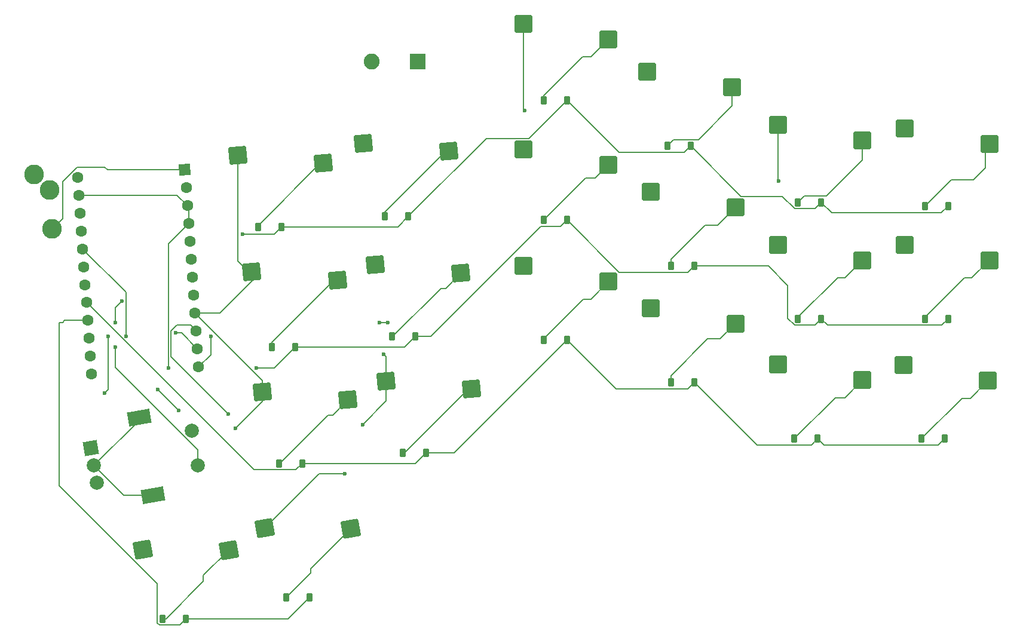
<source format=gbr>
%TF.GenerationSoftware,KiCad,Pcbnew,9.0.6-1.fc43*%
%TF.CreationDate,2026-01-15T13:14:43-05:00*%
%TF.ProjectId,Right,52696768-742e-46b6-9963-61645f706362,rev?*%
%TF.SameCoordinates,Original*%
%TF.FileFunction,Copper,L2,Bot*%
%TF.FilePolarity,Positive*%
%FSLAX46Y46*%
G04 Gerber Fmt 4.6, Leading zero omitted, Abs format (unit mm)*
G04 Created by KiCad (PCBNEW 9.0.6-1.fc43) date 2026-01-15 13:14:43*
%MOMM*%
%LPD*%
G01*
G04 APERTURE LIST*
G04 Aperture macros list*
%AMRoundRect*
0 Rectangle with rounded corners*
0 $1 Rounding radius*
0 $2 $3 $4 $5 $6 $7 $8 $9 X,Y pos of 4 corners*
0 Add a 4 corners polygon primitive as box body*
4,1,4,$2,$3,$4,$5,$6,$7,$8,$9,$2,$3,0*
0 Add four circle primitives for the rounded corners*
1,1,$1+$1,$2,$3*
1,1,$1+$1,$4,$5*
1,1,$1+$1,$6,$7*
1,1,$1+$1,$8,$9*
0 Add four rect primitives between the rounded corners*
20,1,$1+$1,$2,$3,$4,$5,0*
20,1,$1+$1,$4,$5,$6,$7,0*
20,1,$1+$1,$6,$7,$8,$9,0*
20,1,$1+$1,$8,$9,$2,$3,0*%
%AMHorizOval*
0 Thick line with rounded ends*
0 $1 width*
0 $2 $3 position (X,Y) of the first rounded end (center of the circle)*
0 $4 $5 position (X,Y) of the second rounded end (center of the circle)*
0 Add line between two ends*
20,1,$1,$2,$3,$4,$5,0*
0 Add two circle primitives to create the rounded ends*
1,1,$1,$2,$3*
1,1,$1,$4,$5*%
%AMRotRect*
0 Rectangle, with rotation*
0 The origin of the aperture is its center*
0 $1 length*
0 $2 width*
0 $3 Rotation angle, in degrees counterclockwise*
0 Add horizontal line*
21,1,$1,$2,0,0,$3*%
G04 Aperture macros list end*
%TA.AperFunction,SMDPad,CuDef*%
%ADD10RoundRect,0.250000X-0.933944X-1.085529X1.108255X-0.906860X0.933944X1.085529X-1.108255X0.906860X0*%
%TD*%
%TA.AperFunction,SMDPad,CuDef*%
%ADD11RoundRect,0.250000X-0.835780X-1.162797X1.183076X-0.806818X0.835780X1.162797X-1.183076X0.806818X0*%
%TD*%
%TA.AperFunction,SMDPad,CuDef*%
%ADD12RoundRect,0.250000X-1.025000X-1.000000X1.025000X-1.000000X1.025000X1.000000X-1.025000X1.000000X0*%
%TD*%
%TA.AperFunction,ComponentPad*%
%ADD13C,2.800000*%
%TD*%
%TA.AperFunction,ComponentPad*%
%ADD14RotRect,2.000000X2.000000X10.000000*%
%TD*%
%TA.AperFunction,ComponentPad*%
%ADD15C,2.000000*%
%TD*%
%TA.AperFunction,ComponentPad*%
%ADD16RotRect,3.200000X2.000000X10.000000*%
%TD*%
%TA.AperFunction,SMDPad,CuDef*%
%ADD17RoundRect,0.225000X0.225000X0.375000X-0.225000X0.375000X-0.225000X-0.375000X0.225000X-0.375000X0*%
%TD*%
%TA.AperFunction,ComponentPad*%
%ADD18RotRect,1.600000X1.600000X4.000000*%
%TD*%
%TA.AperFunction,ComponentPad*%
%ADD19HorizOval,1.600000X0.000000X0.000000X0.000000X0.000000X0*%
%TD*%
%TA.AperFunction,ComponentPad*%
%ADD20R,2.250000X2.250000*%
%TD*%
%TA.AperFunction,ComponentPad*%
%ADD21C,2.250000*%
%TD*%
%TA.AperFunction,ViaPad*%
%ADD22C,0.600000*%
%TD*%
%TA.AperFunction,Conductor*%
%ADD23C,0.200000*%
%TD*%
G04 APERTURE END LIST*
D10*
%TO.P,S12,1,1*%
%TO.N,5 Column*%
X129819457Y-90348521D03*
%TO.P,S12,2,2*%
%TO.N,Net-(D12-A)*%
X141965532Y-91494280D03*
%TD*%
D11*
%TO.P,S20,1,1*%
%TO.N,5 Column*%
X114361288Y-129698922D03*
%TO.P,S20,2,2*%
%TO.N,Net-(D20-A)*%
X126561000Y-129781721D03*
%TD*%
D10*
%TO.P,S17,1,1*%
%TO.N,4 Column*%
X148840386Y-105827878D03*
%TO.P,S17,2,2*%
%TO.N,Net-(D17-A)*%
X160986461Y-106973637D03*
%TD*%
D12*
%TO.P,S10,1,1*%
%TO.N,3 Column*%
X168350000Y-73000000D03*
%TO.P,S10,2,2*%
%TO.N,Net-(D10-A)*%
X180350000Y-75200000D03*
%TD*%
D10*
%TO.P,S5,1,1*%
%TO.N,4 Column*%
X145584347Y-72115084D03*
%TO.P,S5,2,2*%
%TO.N,Net-(D5-A)*%
X157730422Y-73260843D03*
%TD*%
D12*
%TO.P,S1,1,1*%
%TO.N,0 Column*%
X222350000Y-70000000D03*
%TO.P,S1,2,2*%
%TO.N,Net-(D1-A)*%
X234350000Y-72200000D03*
%TD*%
D10*
%TO.P,S11,1,1*%
%TO.N,4 Column*%
X147319457Y-89348521D03*
%TO.P,S11,2,2*%
%TO.N,Net-(D11-A)*%
X159465532Y-90494280D03*
%TD*%
D11*
%TO.P,S19,1,1*%
%TO.N,4 Column*%
X131638651Y-126698922D03*
%TO.P,S19,2,2*%
%TO.N,Net-(D19-A)*%
X143838363Y-126781721D03*
%TD*%
D12*
%TO.P,S8,1,1*%
%TO.N,1 Column*%
X204350000Y-86500000D03*
%TO.P,S8,2,2*%
%TO.N,Net-(D8-A)*%
X216350000Y-88700000D03*
%TD*%
%TO.P,S4,1,1*%
%TO.N,3 Column*%
X168350000Y-55200000D03*
%TO.P,S4,2,2*%
%TO.N,Net-(D4-A)*%
X180350000Y-57400000D03*
%TD*%
D10*
%TO.P,S6,1,1*%
%TO.N,5 Column*%
X127840386Y-73827878D03*
%TO.P,S6,2,2*%
%TO.N,Net-(D6-A)*%
X139986461Y-74973637D03*
%TD*%
D12*
%TO.P,S13,1,1*%
%TO.N,0 Column*%
X222125000Y-103550000D03*
%TO.P,S13,2,2*%
%TO.N,Net-(D13-A)*%
X234125000Y-105750000D03*
%TD*%
%TO.P,S15,1,1*%
%TO.N,2 Column*%
X186350000Y-95500000D03*
%TO.P,S15,2,2*%
%TO.N,Net-(D15-A)*%
X198350000Y-97700000D03*
%TD*%
D13*
%TO.P,J1,R*%
%TO.N,Serial*%
X101546203Y-84241244D03*
%TO.P,J1,S*%
%TO.N,VCC*%
X99000000Y-76500000D03*
%TO.P,J1,T*%
%TO.N,GND*%
X101162543Y-78754641D03*
%TD*%
D12*
%TO.P,S3,1,1*%
%TO.N,2 Column*%
X185850000Y-62000000D03*
%TO.P,S3,2,2*%
%TO.N,Net-(D3-A)*%
X197850000Y-64200000D03*
%TD*%
%TO.P,S9,1,1*%
%TO.N,2 Column*%
X186350000Y-79000000D03*
%TO.P,S9,2,2*%
%TO.N,Net-(D9-A)*%
X198350000Y-81200000D03*
%TD*%
%TO.P,S7,1,1*%
%TO.N,0 Column*%
X222350000Y-86500000D03*
%TO.P,S7,2,2*%
%TO.N,Net-(D7-A)*%
X234350000Y-88700000D03*
%TD*%
%TO.P,S14,1,1*%
%TO.N,1 Column*%
X204350000Y-103500000D03*
%TO.P,S14,2,2*%
%TO.N,Net-(D14-A)*%
X216350000Y-105700000D03*
%TD*%
%TO.P,S2,1,1*%
%TO.N,1 Column*%
X204350000Y-69500000D03*
%TO.P,S2,2,2*%
%TO.N,Net-(D2-A)*%
X216350000Y-71700000D03*
%TD*%
D14*
%TO.P,SW1,A,A*%
%TO.N,Net-(U1-4{slash}PD4)*%
X107021771Y-115340340D03*
D15*
%TO.P,SW1,B,B*%
%TO.N,Net-(U1-5{slash}PC6)*%
X107890008Y-120264380D03*
%TO.P,SW1,C,C*%
%TO.N,GND*%
X107455890Y-117802361D03*
D16*
%TO.P,SW1,MP,MP*%
X113869517Y-110985076D03*
X115814378Y-122014923D03*
D15*
%TO.P,SW1,S1,S1*%
%TO.N,Net-(U1-A3{slash}PF4)*%
X122169723Y-117746483D03*
%TO.P,SW1,S2,S2*%
%TO.N,GND*%
X121301483Y-112822444D03*
%TD*%
D12*
%TO.P,S16,1,1*%
%TO.N,3 Column*%
X168350000Y-89500000D03*
%TO.P,S16,2,2*%
%TO.N,Net-(D16-A)*%
X180350000Y-91700000D03*
%TD*%
D10*
%TO.P,S18,1,1*%
%TO.N,5 Column*%
X131319457Y-107348521D03*
%TO.P,S18,2,2*%
%TO.N,Net-(D18-A)*%
X143465532Y-108494280D03*
%TD*%
D17*
%TO.P,D5,1,K*%
%TO.N,0 Row*%
X152000000Y-82500000D03*
%TO.P,D5,2,A*%
%TO.N,Net-(D5-A)*%
X148700000Y-82500000D03*
%TD*%
%TO.P,D10,1,K*%
%TO.N,1 Row*%
X174500000Y-83000000D03*
%TO.P,D10,2,A*%
%TO.N,Net-(D10-A)*%
X171200000Y-83000000D03*
%TD*%
%TO.P,D7,1,K*%
%TO.N,1 Row*%
X228500000Y-97000000D03*
%TO.P,D7,2,A*%
%TO.N,Net-(D7-A)*%
X225200000Y-97000000D03*
%TD*%
%TO.P,D16,1,K*%
%TO.N,2 Row*%
X174500000Y-100000000D03*
%TO.P,D16,2,A*%
%TO.N,Net-(D16-A)*%
X171200000Y-100000000D03*
%TD*%
%TO.P,D3,1,K*%
%TO.N,0 Row*%
X192000000Y-72500000D03*
%TO.P,D3,2,A*%
%TO.N,Net-(D3-A)*%
X188700000Y-72500000D03*
%TD*%
%TO.P,D6,1,K*%
%TO.N,0 Row*%
X134000000Y-84000000D03*
%TO.P,D6,2,A*%
%TO.N,Net-(D6-A)*%
X130700000Y-84000000D03*
%TD*%
%TO.P,D15,1,K*%
%TO.N,2 Row*%
X192500000Y-106000000D03*
%TO.P,D15,2,A*%
%TO.N,Net-(D15-A)*%
X189200000Y-106000000D03*
%TD*%
%TO.P,D11,1,K*%
%TO.N,1 Row*%
X153000000Y-99500000D03*
%TO.P,D11,2,A*%
%TO.N,Net-(D11-A)*%
X149700000Y-99500000D03*
%TD*%
%TO.P,D18,1,K*%
%TO.N,2 Row*%
X137000000Y-117500000D03*
%TO.P,D18,2,A*%
%TO.N,Net-(D18-A)*%
X133700000Y-117500000D03*
%TD*%
%TO.P,D8,1,K*%
%TO.N,1 Row*%
X210500000Y-97000000D03*
%TO.P,D8,2,A*%
%TO.N,Net-(D8-A)*%
X207200000Y-97000000D03*
%TD*%
%TO.P,D14,1,K*%
%TO.N,2 Row*%
X210000000Y-114000000D03*
%TO.P,D14,2,A*%
%TO.N,Net-(D14-A)*%
X206700000Y-114000000D03*
%TD*%
D18*
%TO.P,U1,1,TX0/PD3*%
%TO.N,Serial*%
X120350000Y-75898562D03*
D19*
%TO.P,U1,2,RX1/PD2*%
%TO.N,unconnected-(U1-RX1{slash}PD2-Pad2)*%
X120527181Y-78432375D03*
%TO.P,U1,3,GND*%
%TO.N,GND*%
X120704362Y-80966186D03*
%TO.P,U1,4,GND*%
X120881543Y-83500000D03*
%TO.P,U1,5,2/PD1*%
%TO.N,unconnected-(U1-2{slash}PD1-Pad5)*%
X121058726Y-86033812D03*
%TO.P,U1,6,3/PD0*%
%TO.N,unconnected-(U1-3{slash}PD0-Pad6)*%
X121235906Y-88567624D03*
%TO.P,U1,7,4/PD4*%
%TO.N,Net-(U1-4{slash}PD4)*%
X121413087Y-91101439D03*
%TO.P,U1,8,5/PC6*%
%TO.N,Net-(U1-5{slash}PC6)*%
X121590269Y-93635251D03*
%TO.P,U1,9,6/PD7*%
%TO.N,5 Column*%
X121767452Y-96169063D03*
%TO.P,U1,10,7/PE6*%
%TO.N,4 Column*%
X121944633Y-98702876D03*
%TO.P,U1,11,8/PB4*%
%TO.N,3 Column*%
X122121814Y-101236689D03*
%TO.P,U1,12,9/PB5*%
%TO.N,2 Column*%
X122298995Y-103770500D03*
%TO.P,U1,13,10/PB6*%
%TO.N,unconnected-(U1-10{slash}PB6-Pad13)*%
X107096119Y-104833590D03*
%TO.P,U1,14,16/PB2*%
%TO.N,0 Column*%
X106918937Y-102299777D03*
%TO.P,U1,15,14/PB3*%
%TO.N,1 Column*%
X106741757Y-99765965D03*
%TO.P,U1,16,15/PB1*%
%TO.N,3 Row*%
X106564575Y-97232152D03*
%TO.P,U1,17,A0/PF7*%
%TO.N,2 Row*%
X106387395Y-94698339D03*
%TO.P,U1,18,A1/PF6*%
%TO.N,1 Row*%
X106210211Y-92164526D03*
%TO.P,U1,19,A2/PF5*%
%TO.N,0 Row*%
X106033029Y-89630714D03*
%TO.P,U1,20,A3/PF4*%
%TO.N,Net-(U1-A3{slash}PF4)*%
X105855849Y-87096901D03*
%TO.P,U1,21,VCC*%
%TO.N,VCC*%
X105678667Y-84563088D03*
%TO.P,U1,22,RST*%
%TO.N,RST*%
X105501487Y-82029276D03*
%TO.P,U1,23,GND*%
%TO.N,GND*%
X105324305Y-79495463D03*
%TO.P,U1,24,RAW*%
%TO.N,unconnected-(U1-RAW-Pad24)*%
X105147123Y-76961651D03*
%TD*%
D17*
%TO.P,D13,1,K*%
%TO.N,2 Row*%
X228000000Y-114000000D03*
%TO.P,D13,2,A*%
%TO.N,Net-(D13-A)*%
X224700000Y-114000000D03*
%TD*%
%TO.P,D20,1,K*%
%TO.N,3 Row*%
X120500000Y-139500000D03*
%TO.P,D20,2,A*%
%TO.N,Net-(D20-A)*%
X117200000Y-139500000D03*
%TD*%
D20*
%TO.P,SW2,1,1*%
%TO.N,GND*%
X153350000Y-60500000D03*
D21*
%TO.P,SW2,2,2*%
%TO.N,RST*%
X146850000Y-60500000D03*
%TD*%
D17*
%TO.P,D2,1,K*%
%TO.N,0 Row*%
X210500000Y-80500000D03*
%TO.P,D2,2,A*%
%TO.N,Net-(D2-A)*%
X207200000Y-80500000D03*
%TD*%
%TO.P,D4,1,K*%
%TO.N,0 Row*%
X174500000Y-66000000D03*
%TO.P,D4,2,A*%
%TO.N,Net-(D4-A)*%
X171200000Y-66000000D03*
%TD*%
%TO.P,D17,1,K*%
%TO.N,2 Row*%
X154500000Y-116000000D03*
%TO.P,D17,2,A*%
%TO.N,Net-(D17-A)*%
X151200000Y-116000000D03*
%TD*%
%TO.P,D9,1,K*%
%TO.N,1 Row*%
X192500000Y-89500000D03*
%TO.P,D9,2,A*%
%TO.N,Net-(D9-A)*%
X189200000Y-89500000D03*
%TD*%
%TO.P,D1,1,K*%
%TO.N,0 Row*%
X228500000Y-81000000D03*
%TO.P,D1,2,A*%
%TO.N,Net-(D1-A)*%
X225200000Y-81000000D03*
%TD*%
%TO.P,D12,1,K*%
%TO.N,1 Row*%
X136000000Y-101000000D03*
%TO.P,D12,2,A*%
%TO.N,Net-(D12-A)*%
X132700000Y-101000000D03*
%TD*%
%TO.P,D19,1,K*%
%TO.N,3 Row*%
X138000000Y-136500000D03*
%TO.P,D19,2,A*%
%TO.N,Net-(D19-A)*%
X134700000Y-136500000D03*
%TD*%
D22*
%TO.N,0 Row*%
X128500000Y-85000000D03*
%TO.N,1 Row*%
X130500000Y-104000000D03*
%TO.N,0 Column*%
X222350000Y-70000000D03*
X222000000Y-103500000D03*
X222350000Y-86500000D03*
%TO.N,1 Column*%
X204500000Y-77500000D03*
X204350000Y-86500000D03*
X204350000Y-103500000D03*
%TO.N,2 Column*%
X186350000Y-95500000D03*
X124000000Y-99500000D03*
X185500000Y-63000000D03*
X186350000Y-79000000D03*
%TO.N,3 Column*%
X147900000Y-97500000D03*
X149100000Y-97500000D03*
X168350000Y-73000000D03*
X168500000Y-67500000D03*
X119000000Y-99000000D03*
X168350000Y-89500000D03*
%TO.N,4 Column*%
X143000000Y-119000000D03*
X147319457Y-89348521D03*
X145500000Y-112000000D03*
X145584347Y-72115084D03*
X126500000Y-110500000D03*
X148500000Y-102000000D03*
%TO.N,5 Column*%
X114361288Y-129698922D03*
X127500000Y-112500000D03*
%TO.N,GND*%
X118000000Y-104000000D03*
X119500000Y-110000000D03*
X116500000Y-107000000D03*
%TO.N,Net-(U1-5{slash}PC6)*%
X109500000Y-99500000D03*
X110500000Y-97500000D03*
X111418793Y-94500000D03*
X109000000Y-107500000D03*
%TO.N,Net-(U1-A3{slash}PF4)*%
X110500000Y-101000000D03*
X112018793Y-99481207D03*
%TD*%
D23*
%TO.N,0 Row*%
X212000000Y-82000000D02*
X210500000Y-80500000D01*
X209599000Y-81401000D02*
X206750890Y-81401000D01*
X228500000Y-81000000D02*
X227500000Y-82000000D01*
X191099000Y-73401000D02*
X181901000Y-73401000D01*
X134000000Y-84000000D02*
X133000000Y-85000000D01*
X206750890Y-81401000D02*
X204998890Y-79649000D01*
X150500000Y-84000000D02*
X134000000Y-84000000D01*
X133000000Y-85000000D02*
X128500000Y-85000000D01*
X204998890Y-79649000D02*
X199149000Y-79649000D01*
X152000000Y-82500000D02*
X150500000Y-84000000D01*
X210500000Y-80500000D02*
X209599000Y-81401000D01*
X174500000Y-66000000D02*
X169051000Y-71449000D01*
X181901000Y-73401000D02*
X174500000Y-66000000D01*
X227500000Y-82000000D02*
X212000000Y-82000000D01*
X199149000Y-79649000D02*
X192000000Y-72500000D01*
X163051000Y-71449000D02*
X152000000Y-82500000D01*
X169051000Y-71449000D02*
X163051000Y-71449000D01*
X192000000Y-72500000D02*
X191099000Y-73401000D01*
%TO.N,Net-(D1-A)*%
X232040948Y-77301000D02*
X233749000Y-75592948D01*
X233749000Y-75592948D02*
X233749000Y-72200000D01*
X228899000Y-77301000D02*
X232040948Y-77301000D01*
X225200000Y-81000000D02*
X228899000Y-77301000D01*
%TO.N,Net-(D2-A)*%
X216350000Y-74491948D02*
X211242948Y-79599000D01*
X216350000Y-71700000D02*
X216350000Y-74491948D01*
X211242948Y-79599000D02*
X208101000Y-79599000D01*
X208101000Y-79599000D02*
X207200000Y-80500000D01*
%TO.N,Net-(D3-A)*%
X193090892Y-71599000D02*
X189601000Y-71599000D01*
X197850000Y-66839892D02*
X193090892Y-71599000D01*
X189601000Y-71599000D02*
X188700000Y-72500000D01*
X197850000Y-64200000D02*
X197850000Y-66839892D01*
%TO.N,Net-(D4-A)*%
X177851000Y-59899000D02*
X176701000Y-59899000D01*
X176701000Y-59899000D02*
X171200000Y-65400000D01*
X171200000Y-65400000D02*
X171200000Y-66000000D01*
X180350000Y-57400000D02*
X177851000Y-59899000D01*
%TO.N,Net-(D5-A)*%
X148700000Y-81840989D02*
X148700000Y-82500000D01*
X157280146Y-73260843D02*
X148700000Y-81840989D01*
X157730422Y-73260843D02*
X157280146Y-73260843D01*
%TO.N,Net-(D6-A)*%
X139986461Y-74973637D02*
X139536185Y-74973637D01*
X130700000Y-83809822D02*
X130700000Y-84000000D01*
X139536185Y-74973637D02*
X130700000Y-83809822D01*
%TO.N,1 Row*%
X151500000Y-101000000D02*
X153000000Y-99500000D01*
X206750890Y-97901000D02*
X209599000Y-97901000D01*
X205774000Y-96924110D02*
X206750890Y-97901000D01*
X136000000Y-101000000D02*
X151500000Y-101000000D01*
X173599000Y-83901000D02*
X174500000Y-83000000D01*
X153000000Y-99500000D02*
X155151890Y-99500000D01*
X210500000Y-97000000D02*
X211401000Y-97901000D01*
X155151890Y-99500000D02*
X170750890Y-83901000D01*
X203000000Y-89500000D02*
X205774000Y-92274000D01*
X181901000Y-90401000D02*
X191599000Y-90401000D01*
X211401000Y-97901000D02*
X227599000Y-97901000D01*
X170750890Y-83901000D02*
X173599000Y-83901000D01*
X192500000Y-89500000D02*
X203000000Y-89500000D01*
X209599000Y-97901000D02*
X210500000Y-97000000D01*
X191599000Y-90401000D02*
X192500000Y-89500000D01*
X133000000Y-104000000D02*
X130500000Y-104000000D01*
X136000000Y-101000000D02*
X133000000Y-104000000D01*
X227599000Y-97901000D02*
X228500000Y-97000000D01*
X174500000Y-83000000D02*
X181901000Y-90401000D01*
X205774000Y-92274000D02*
X205774000Y-96924110D01*
%TO.N,Net-(D7-A)*%
X231851000Y-91199000D02*
X230811108Y-91199000D01*
X234350000Y-88700000D02*
X231851000Y-91199000D01*
X225200000Y-96810108D02*
X225200000Y-97000000D01*
X230811108Y-91199000D02*
X225200000Y-96810108D01*
%TO.N,Net-(D8-A)*%
X216350000Y-88700000D02*
X213851000Y-91199000D01*
X207200000Y-96810108D02*
X207200000Y-97000000D01*
X212811108Y-91199000D02*
X207200000Y-96810108D01*
X213851000Y-91199000D02*
X212811108Y-91199000D01*
%TO.N,Net-(D9-A)*%
X189200000Y-88585907D02*
X189200000Y-89500000D01*
X195851000Y-83699000D02*
X194086907Y-83699000D01*
X198350000Y-81200000D02*
X195851000Y-83699000D01*
X194086907Y-83699000D02*
X189200000Y-88585907D01*
%TO.N,Net-(D10-A)*%
X180350000Y-75200000D02*
X178474000Y-77076000D01*
X178474000Y-77076000D02*
X177124000Y-77076000D01*
X177124000Y-77076000D02*
X171200000Y-83000000D01*
%TO.N,Net-(D11-A)*%
X149785621Y-99500000D02*
X149700000Y-99500000D01*
X156610296Y-92675325D02*
X149785621Y-99500000D01*
X157284487Y-92675325D02*
X156610296Y-92675325D01*
X159465532Y-90494280D02*
X157284487Y-92675325D01*
%TO.N,Net-(D12-A)*%
X141965532Y-91494280D02*
X141515256Y-91494280D01*
X141515256Y-91494280D02*
X132700000Y-100309536D01*
X132700000Y-100309536D02*
X132700000Y-101000000D01*
%TO.N,Net-(D13-A)*%
X230451000Y-108249000D02*
X224700000Y-114000000D01*
X234125000Y-105750000D02*
X231626000Y-108249000D01*
X231626000Y-108249000D02*
X230451000Y-108249000D01*
%TO.N,2 Row*%
X154500000Y-116000000D02*
X153000000Y-117500000D01*
X210901000Y-114901000D02*
X210000000Y-114000000D01*
X209099000Y-114901000D02*
X201401000Y-114901000D01*
X137000000Y-117500000D02*
X136099000Y-118401000D01*
X181401000Y-106901000D02*
X174500000Y-100000000D01*
X227099000Y-114901000D02*
X210901000Y-114901000D01*
X130090056Y-118401000D02*
X106387395Y-94698339D01*
X201401000Y-114901000D02*
X192500000Y-106000000D01*
X210000000Y-114000000D02*
X209099000Y-114901000D01*
X192500000Y-106000000D02*
X191599000Y-106901000D01*
X191599000Y-106901000D02*
X181401000Y-106901000D01*
X174500000Y-100000000D02*
X158500000Y-116000000D01*
X158500000Y-116000000D02*
X154500000Y-116000000D01*
X153000000Y-117500000D02*
X137000000Y-117500000D01*
X228000000Y-114000000D02*
X227099000Y-114901000D01*
X136099000Y-118401000D02*
X130090056Y-118401000D01*
%TO.N,Net-(D14-A)*%
X213851000Y-108199000D02*
X212501000Y-108199000D01*
X212501000Y-108199000D02*
X206700000Y-114000000D01*
X216350000Y-105700000D02*
X213851000Y-108199000D01*
%TO.N,Net-(D15-A)*%
X198350000Y-97700000D02*
X196192953Y-99857047D01*
X189200000Y-105085907D02*
X189200000Y-106000000D01*
X194428860Y-99857047D02*
X189200000Y-105085907D01*
X196192953Y-99857047D02*
X194428860Y-99857047D01*
%TO.N,Net-(D16-A)*%
X180350000Y-91700000D02*
X177851000Y-94199000D01*
X171200000Y-99810108D02*
X171200000Y-100000000D01*
X176811108Y-94199000D02*
X171200000Y-99810108D01*
X177851000Y-94199000D02*
X176811108Y-94199000D01*
%TO.N,Net-(D17-A)*%
X151509822Y-116000000D02*
X151200000Y-116000000D01*
X160536185Y-106973637D02*
X151509822Y-116000000D01*
X160986461Y-106973637D02*
X160536185Y-106973637D01*
%TO.N,Net-(D18-A)*%
X140610296Y-110675325D02*
X133785621Y-117500000D01*
X143465532Y-108494280D02*
X141284487Y-110675325D01*
X141284487Y-110675325D02*
X140610296Y-110675325D01*
X133785621Y-117500000D02*
X133700000Y-117500000D01*
%TO.N,3 Row*%
X103000000Y-97500000D02*
X103267848Y-97232152D01*
X102500000Y-120616893D02*
X102500000Y-97500000D01*
X102500000Y-97500000D02*
X103000000Y-97500000D01*
X120500000Y-139500000D02*
X119599000Y-140401000D01*
X103267848Y-97232152D02*
X106564575Y-97232152D01*
X119599000Y-140401000D02*
X116750890Y-140401000D01*
X116750890Y-140401000D02*
X116449000Y-140099110D01*
X116449000Y-140099110D02*
X116449000Y-134565893D01*
X138000000Y-136500000D02*
X135000000Y-139500000D01*
X135000000Y-139500000D02*
X120500000Y-139500000D01*
X116449000Y-134565893D02*
X102500000Y-120616893D01*
%TO.N,Net-(D19-A)*%
X138203363Y-132996637D02*
X134700000Y-136500000D01*
X138203363Y-132416721D02*
X138203363Y-132996637D01*
X143838363Y-126781721D02*
X138203363Y-132416721D01*
%TO.N,Net-(D20-A)*%
X117650000Y-139500000D02*
X117200000Y-139500000D01*
X122965444Y-134184556D02*
X117650000Y-139500000D01*
X126561000Y-129781721D02*
X122965444Y-133377277D01*
X122965444Y-133377277D02*
X122965444Y-134184556D01*
%TO.N,0 Column*%
X222050000Y-103550000D02*
X222000000Y-103500000D01*
X222125000Y-103550000D02*
X222050000Y-103550000D01*
%TO.N,1 Column*%
X204350000Y-69500000D02*
X204350000Y-77350000D01*
X204350000Y-77350000D02*
X204500000Y-77500000D01*
%TO.N,2 Column*%
X185850000Y-62650000D02*
X185500000Y-63000000D01*
X124000000Y-102069495D02*
X122298995Y-103770500D01*
X124000000Y-99500000D02*
X124000000Y-102069495D01*
X185850000Y-62000000D02*
X185850000Y-62650000D01*
%TO.N,3 Column*%
X149100000Y-97500000D02*
X147900000Y-97500000D01*
X168350000Y-55200000D02*
X168350000Y-67350000D01*
X119885125Y-99000000D02*
X122121814Y-101236689D01*
X119000000Y-99000000D02*
X119885125Y-99000000D01*
X168350000Y-67350000D02*
X168500000Y-67500000D01*
%TO.N,4 Column*%
X145500000Y-112000000D02*
X148840386Y-108659614D01*
X131638651Y-126698922D02*
X139337573Y-119000000D01*
X119247180Y-97902877D02*
X121144634Y-97902877D01*
X139337573Y-119000000D02*
X143000000Y-119000000D01*
X121144634Y-97902877D02*
X121944633Y-98702876D01*
X126500000Y-110500000D02*
X118399000Y-102399000D01*
X118399000Y-98751057D02*
X119247180Y-97902877D01*
X148840386Y-108659614D02*
X148840386Y-105827878D01*
X118399000Y-102399000D02*
X118399000Y-98751057D01*
X148840386Y-102340386D02*
X148500000Y-102000000D01*
X148840386Y-105827878D02*
X148840386Y-102340386D01*
%TO.N,5 Column*%
X131319457Y-107348521D02*
X131319457Y-108680543D01*
X130000000Y-91000000D02*
X130000000Y-91500000D01*
X125330937Y-96169063D02*
X121767452Y-96169063D01*
X127840386Y-73827878D02*
X127840386Y-88840386D01*
X130000000Y-91500000D02*
X125330937Y-96169063D01*
X131319457Y-108680543D02*
X127500000Y-112500000D01*
X131319457Y-105721068D02*
X131319457Y-107348521D01*
X121767452Y-96169063D02*
X131319457Y-105721068D01*
X127840386Y-88840386D02*
X130000000Y-91000000D01*
%TO.N,GND*%
X118000000Y-104000000D02*
X117998000Y-103998000D01*
X119233639Y-79495463D02*
X120704362Y-80966186D01*
X107455890Y-117802361D02*
X113869517Y-111388734D01*
X105324305Y-79495463D02*
X119233639Y-79495463D01*
X120881543Y-81381543D02*
X120881543Y-83500000D01*
X120704362Y-81204362D02*
X120881543Y-81381543D01*
X115814378Y-122014923D02*
X111668452Y-122014923D01*
X117998000Y-103998000D02*
X117998000Y-86383543D01*
X113869517Y-111388734D02*
X113869517Y-110985076D01*
X119500000Y-110000000D02*
X116500000Y-107000000D01*
X120704362Y-80966186D02*
X120704362Y-81204362D01*
X111668452Y-122014923D02*
X107455890Y-117802361D01*
X117998000Y-86383543D02*
X120881543Y-83500000D01*
%TO.N,Net-(U1-5{slash}PC6)*%
X109000000Y-107500000D02*
X109500000Y-107000000D01*
X109500000Y-107000000D02*
X109500000Y-99500000D01*
X110500000Y-95418793D02*
X111418793Y-94500000D01*
X110500000Y-97500000D02*
X110500000Y-95418793D01*
%TO.N,Net-(U1-A3{slash}PF4)*%
X105855849Y-87096901D02*
X112018793Y-93259845D01*
X112018793Y-93259845D02*
X112018793Y-99481207D01*
X122169723Y-115530576D02*
X122169723Y-117746483D01*
X110500000Y-101000000D02*
X110500000Y-103860853D01*
X110500000Y-103860853D02*
X122169723Y-115530576D01*
%TO.N,Serial*%
X109398562Y-75898562D02*
X120350000Y-75898562D01*
X101546203Y-84241244D02*
X103000000Y-82787447D01*
X103000000Y-77551724D02*
X105051724Y-75500000D01*
X109000000Y-75500000D02*
X109398562Y-75898562D01*
X105051724Y-75500000D02*
X109000000Y-75500000D01*
X103000000Y-82787447D02*
X103000000Y-77551724D01*
%TD*%
M02*

</source>
